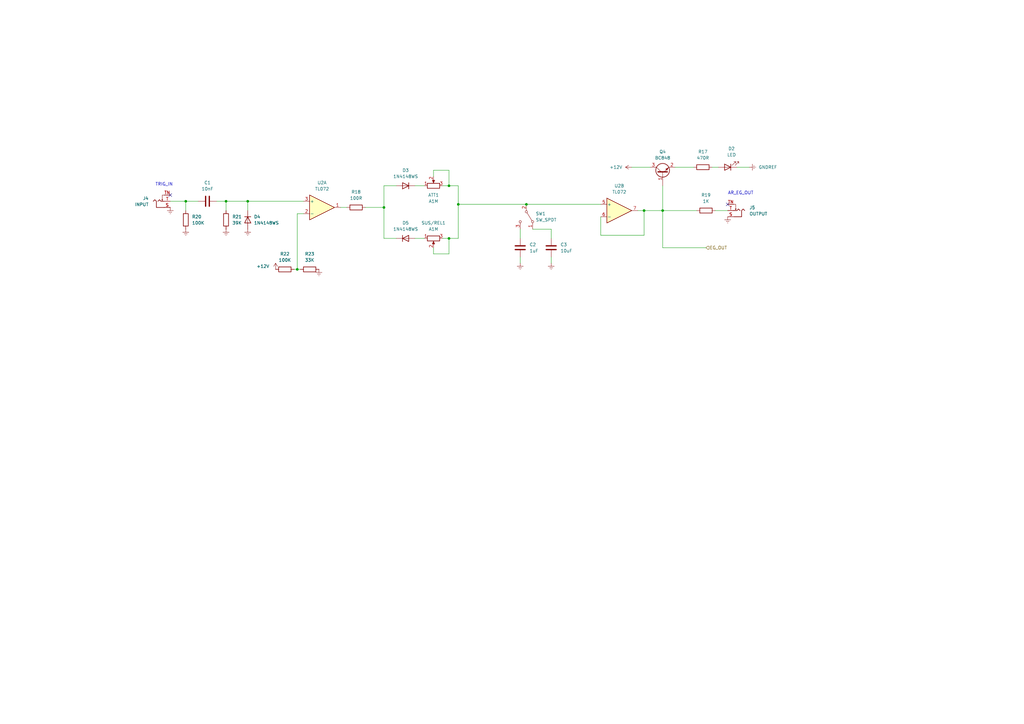
<source format=kicad_sch>
(kicad_sch (version 20231120) (generator "eeschema") (generator_version "8.0")
  (paper "A3")
  (lib_symbols
    (symbol "Amplifier_Operational:TL072" (pin_names (offset 0.127))
      (property "Reference" "U" (at 0 5.08 0))
      (property "Value" "TL072" (at 0 -5.08 0))
      (symbol "TL072_1_1"
        (polyline (pts (xy -5.08 5.08) (xy 5.08 0) (xy -5.08 -5.08) (xy -5.08 5.08)) (stroke (width 0.254)) (fill (type background)))
        (pin output line (at 7.62 0 180) (length 2.54) (name "~") (number "1"))
        (pin input line (at -7.62 -2.54 0) (length 2.54) (name "-") (number "2"))
        (pin input line (at -7.62 2.54 0) (length 2.54) (name "+") (number "3"))
      )
      (symbol "TL072_2_1"
        (polyline (pts (xy -5.08 5.08) (xy 5.08 0) (xy -5.08 -5.08) (xy -5.08 5.08)) (stroke (width 0.254)) (fill (type background)))
        (pin input line (at -7.62 2.54 0) (length 2.54) (name "+") (number "5"))
        (pin input line (at -7.62 -2.54 0) (length 2.54) (name "-") (number "6"))
        (pin output line (at 7.62 0 180) (length 2.54) (name "~") (number "7"))
      )
      (symbol "TL072_3_1"
        (pin power_in line (at -2.54 -7.62 90) (length 3.81) (name "V-") (number "4"))
        (pin power_in line (at -2.54 7.62 270) (length 3.81) (name "V+") (number "8"))
      )
    )
    (symbol "Device:LED" (pin_numbers hide) (pin_names (offset 1.016) hide)
      (property "Reference" "D" (at 0 2.54 0))
      (property "Value" "LED" (at 0 -2.54 0))
      (symbol "LED_0_1"
        (polyline (pts (xy -1.27 -1.27) (xy -1.27 1.27)) (stroke (width 0.254)))
        (polyline (pts (xy -1.27 0) (xy 1.27 0)))
        (polyline (pts (xy 1.27 -1.27) (xy 1.27 1.27) (xy -1.27 0) (xy 1.27 -1.27)) (stroke (width 0.254)))
        (polyline (pts (xy -3.048 -0.762) (xy -4.572 -2.286) (xy -3.81 -2.286) (xy -4.572 -2.286) (xy -4.572 -1.524)))
        (polyline (pts (xy -1.778 -0.762) (xy -3.302 -2.286) (xy -2.54 -2.286) (xy -3.302 -2.286) (xy -3.302 -1.524)))
      )
      (symbol "LED_1_1"
        (pin passive line (at -3.81 0 0) (length 2.54) (name "K") (number "1"))
        (pin passive line (at 3.81 0 180) (length 2.54) (name "A") (number "2"))
      )
    )
    (symbol "Diode:1N4148WS" (pin_numbers hide) (pin_names hide)
      (property "Reference" "D" (at 0 2.54 0))
      (property "Value" "1N4148WS" (at 0 -2.54 0))
      (symbol "1N4148WS_0_1"
        (polyline (pts (xy -1.27 1.27) (xy -1.27 -1.27)) (stroke (width 0.254)))
        (polyline (pts (xy 1.27 0) (xy -1.27 0)))
        (polyline (pts (xy 1.27 1.27) (xy 1.27 -1.27) (xy -1.27 0) (xy 1.27 1.27)) (stroke (width 0.254)))
      )
      (symbol "1N4148WS_1_1"
        (pin passive line (at -3.81 0 0) (length 2.54) (name "K") (number "1"))
        (pin passive line (at 3.81 0 180) (length 2.54) (name "A") (number "2"))
      )
    )
    (symbol "Transistor_BJT:BC848" (pin_names (offset 0) hide)
      (property "Reference" "Q" (at 5.08 1.905 0))
      (property "Value" "BC848" (at 5.08 0 0))
      (symbol "BC848_0_1"
        (polyline (pts (xy 0.635 0.635) (xy 2.54 2.54)))
        (polyline (pts (xy 0.635 -0.635) (xy 2.54 -2.54) (xy 2.54 -2.54)))
        (polyline (pts (xy 0.635 1.905) (xy 0.635 -1.905) (xy 0.635 -1.905)) (stroke (width 0.508)))
        (polyline (pts (xy 1.27 -1.778) (xy 1.778 -1.27) (xy 2.286 -2.286) (xy 1.27 -1.778) (xy 1.27 -1.778)) (fill (type outline)))
        (circle (center 1.27 0) (radius 2.8194) (stroke (width 0.254)))
      )
      (symbol "BC848_1_1"
        (pin input line (at -5.08 0 0) (length 5.715) (name "B") (number "1"))
        (pin passive line (at 2.54 -5.08 90) (length 2.54) (name "E") (number "2"))
        (pin passive line (at 2.54 5.08 270) (length 2.54) (name "C") (number "3"))
      )
    )
    (symbol "power:+12V" (power) (pin_numbers hide) (pin_names (offset 0) hide)
      (property "Value" "+12V" (at 0 3.556 0))
      (symbol "+12V_0_1"
        (polyline (pts (xy -0.762 1.27) (xy 0 2.54)))
        (polyline (pts (xy 0 0) (xy 0 2.54)))
        (polyline (pts (xy 0 2.54) (xy 0.762 1.27)))
      )
      (symbol "+12V_1_1"
        (pin power_in line (at 0 0 90) (length 0) (name "~") (number "1"))
      )
    )
    (symbol "power:GNDREF" (power) (pin_numbers hide) (pin_names (offset 0) hide)
      (property "Value" "GNDREF" (at 0 -3.81 0))
      (symbol "GNDREF_0_1"
        (polyline (pts (xy -0.635 -1.905) (xy 0.635 -1.905)))
        (polyline (pts (xy -0.127 -2.54) (xy 0.127 -2.54)))
        (polyline (pts (xy 0 -1.27) (xy 0 0)))
        (polyline (pts (xy 1.27 -1.27) (xy -1.27 -1.27)))
      )
      (symbol "GNDREF_1_1"
        (pin power_in line (at 0 0 270) (length 0) (name "~") (number "1"))
      )
    )
    (symbol "synth:AudioJack_Mono_3.5mm"
      (property "Reference" "J" (at 0 8.89 0))
      (property "Value" "AudioJack_Mono_3.5mm" (at 0 6.35 0))
      (symbol "AudioJack_Mono_3.5mm_0_1"
        (polyline (pts (xy 1.778 -0.254) (xy 2.032 -0.762)))
        (polyline (pts (xy 0 0) (xy 0.635 -0.635) (xy 1.27 0) (xy 2.54 0)) (stroke (width 0.254)))
        (polyline (pts (xy 2.54 -2.54) (xy 1.778 -2.54) (xy 1.778 -0.254) (xy 1.524 -0.762)))
        (polyline (pts (xy 2.54 2.54) (xy -0.635 2.54) (xy -0.635 0) (xy -1.27 -0.635) (xy -1.905 0)) (stroke (width 0.254)))
      )
      (symbol "AudioJack_Mono_3.5mm_1_1"
        (pin passive line (at 5.08 2.54 180) (length 2.54) (name "~") (number "S"))
        (pin passive line (at 5.08 0 180) (length 2.54) (name "~") (number "T"))
        (pin passive line (at 5.08 -2.54 180) (length 2.54) (name "~") (number "TN"))
      )
    )
    (symbol "synth:C_1uF (MKS)" (pin_numbers hide) (pin_names (offset 0.254))
      (property "Reference" "C" (at 3.048 1.016 0))
      (property "Value" "C_1uF (MKS)" (at 3.048 -1.016 0))
      (symbol "C_1uF (MKS)_0_1"
        (polyline (pts (xy -2.032 -0.762) (xy 2.032 -0.762)) (stroke (width 0.508)))
        (polyline (pts (xy -2.032 0.762) (xy 2.032 0.762)) (stroke (width 0.508)))
      )
      (symbol "C_1uF (MKS)_1_1"
        (pin passive line (at 0 3.81 270) (length 2.794) (name "~") (number "1"))
        (pin passive line (at 0 -3.81 90) (length 2.794) (name "~") (number "2"))
      )
    )
    (symbol "synth:C_sm (MKS)" (pin_numbers hide) (pin_names (offset 0.254))
      (property "Reference" "C" (at 2.794 1.27 0))
      (property "Value" "C_sm (MKS)" (at 2.794 -1.016 0))
      (symbol "C_sm (MKS)_0_1"
        (polyline (pts (xy -2.032 -0.762) (xy 2.032 -0.762)) (stroke (width 0.508)))
        (polyline (pts (xy -2.032 0.762) (xy 2.032 0.762)) (stroke (width 0.508)))
      )
      (symbol "C_sm (MKS)_1_1"
        (pin passive line (at 0 3.81 270) (length 2.794) (name "~") (number "1"))
        (pin passive line (at 0 -3.81 90) (length 2.794) (name "~") (number "2"))
      )
    )
    (symbol "synth:R_Default" (pin_numbers hide) (pin_names (offset 0))
      (property "Reference" "R" (at -2.032 0 90))
      (property "Value" "R1" (at 2.032 0 90))
      (symbol "R_Default_0_1"
        (rectangle (start 1.016 -2.54) (end -1.016 2.54) (stroke (width 0.254)))
      )
      (symbol "R_Default_1_1"
        (pin passive line (at 0 -3.81 90) (length 1.27) (name "~") (number "1"))
        (pin passive line (at 0 3.81 270) (length 1.27) (name "~") (number "2"))
      )
    )
    (symbol "synth:R_Potentiometer (P0915N)" (pin_names (offset 1.016) hide)
      (property "Reference" "RV" (at -4.445 0 90))
      (property "Value" "R_Potentiometer" (at -2.54 0 90))
      (symbol "R_Potentiometer (P0915N)_0_1"
        (rectangle (start -1.016 2.54) (end 1.016 -2.54) (stroke (width 0.254)))
        (polyline (pts (xy 2.54 0) (xy 1.524 0)))
        (polyline (pts (xy 1.143 0) (xy 2.286 0.508) (xy 2.286 -0.508) (xy 1.143 0)) (fill (type outline)))
      )
      (symbol "R_Potentiometer (P0915N)_1_1"
        (pin passive line (at 0 3.81 270) (length 1.27) (name "1") (number "1"))
        (pin passive line (at 3.81 0 180) (length 1.27) (name "2") (number "2"))
        (pin passive line (at 0 -3.81 90) (length 1.27) (name "3") (number "3"))
      )
    )
    (symbol "synth:SW_SPDT" (pin_names (offset 0) hide)
      (property "Reference" "SW" (at 0 5.08 0))
      (property "Value" "SW_SPDT" (at 0 -5.08 0))
      (symbol "SW_SPDT_0_1"
        (circle (center -2.032 0) (radius 0.4572))
        (polyline (pts (xy -1.651 0.254) (xy 1.651 2.286)))
        (circle (center 2.032 -2.54) (radius 0.4572))
        (circle (center 2.032 2.54) (radius 0.4572))
      )
      (symbol "SW_SPDT_1_1"
        (pin passive line (at 5.08 2.54 180) (length 2.54) (name "A") (number "1"))
        (pin passive line (at -5.08 0 0) (length 2.54) (name "B") (number "2"))
        (pin passive line (at 5.08 -2.54 180) (length 2.54) (name "C") (number "3"))
      )
    )
  )
  (junction (at 92.71 82.55))
  (junction (at 187.96 83.82))
  (junction (at 76.2 82.55))
  (junction (at 264.16 86.36))
  (junction (at 184.15 76.2))
  (junction (at 271.78 86.36))
  (junction (at 121.92 110.49))
  (junction (at 184.15 97.79))
  (junction (at 157.48 85.09))
  (junction (at 101.6 82.55))
  (junction (at 215.9 83.82))
  (no_connect (at 298.45 83.82))
  (no_connect (at 69.85 80.01))
  (wire (pts (xy 177.8 69.85) (xy 177.8 72.39)))
  (wire (pts (xy 187.96 83.82) (xy 187.96 97.79)))
  (wire (pts (xy 246.38 88.9) (xy 246.38 96.52)))
  (wire (pts (xy 289.56 101.6) (xy 271.78 101.6)))
  (wire (pts (xy 184.15 76.2) (xy 187.96 76.2)))
  (wire (pts (xy 276.86 68.58) (xy 284.48 68.58)))
  (wire (pts (xy 157.48 97.79) (xy 162.56 97.79)))
  (wire (pts (xy 177.8 101.6) (xy 177.8 104.14)))
  (wire (pts (xy 271.78 76.2) (xy 271.78 86.36)))
  (wire (pts (xy 170.18 76.2) (xy 173.99 76.2)))
  (wire (pts (xy 264.16 86.36) (xy 264.16 96.52)))
  (wire (pts (xy 157.48 76.2) (xy 162.56 76.2)))
  (wire (pts (xy 177.8 104.14) (xy 184.15 104.14)))
  (wire (pts (xy 92.71 86.36) (xy 92.71 82.55)))
  (wire (pts (xy 213.36 93.98) (xy 213.36 97.79)))
  (wire (pts (xy 259.08 68.58) (xy 266.7 68.58)))
  (wire (pts (xy 226.06 93.98) (xy 218.44 93.98)))
  (wire (pts (xy 184.15 104.14) (xy 184.15 97.79)))
  (wire (pts (xy 181.61 97.79) (xy 184.15 97.79)))
  (wire (pts (xy 120.65 110.49) (xy 121.92 110.49)))
  (wire (pts (xy 139.7 85.09) (xy 142.24 85.09)))
  (wire (pts (xy 76.2 82.55) (xy 81.28 82.55)))
  (wire (pts (xy 294.64 68.58) (xy 292.1 68.58)))
  (wire (pts (xy 101.6 86.36) (xy 101.6 82.55)))
  (wire (pts (xy 271.78 86.36) (xy 271.78 101.6)))
  (wire (pts (xy 226.06 105.41) (xy 226.06 107.95)))
  (wire (pts (xy 226.06 93.98) (xy 226.06 97.79)))
  (wire (pts (xy 184.15 69.85) (xy 184.15 76.2)))
  (wire (pts (xy 293.37 86.36) (xy 298.45 86.36)))
  (wire (pts (xy 213.36 105.41) (xy 213.36 107.95)))
  (wire (pts (xy 69.85 82.55) (xy 76.2 82.55)))
  (wire (pts (xy 121.92 110.49) (xy 123.19 110.49)))
  (wire (pts (xy 121.92 87.63) (xy 124.46 87.63)))
  (wire (pts (xy 121.92 110.49) (xy 121.92 87.63)))
  (wire (pts (xy 264.16 86.36) (xy 271.78 86.36)))
  (wire (pts (xy 215.9 83.82) (xy 246.38 83.82)))
  (wire (pts (xy 76.2 86.36) (xy 76.2 82.55)))
  (wire (pts (xy 246.38 96.52) (xy 264.16 96.52)))
  (wire (pts (xy 187.96 76.2) (xy 187.96 83.82)))
  (wire (pts (xy 101.6 82.55) (xy 124.46 82.55)))
  (wire (pts (xy 92.71 82.55) (xy 101.6 82.55)))
  (wire (pts (xy 184.15 97.79) (xy 187.96 97.79)))
  (wire (pts (xy 157.48 97.79) (xy 157.48 85.09)))
  (wire (pts (xy 261.62 86.36) (xy 264.16 86.36)))
  (wire (pts (xy 157.48 76.2) (xy 157.48 85.09)))
  (wire (pts (xy 177.8 69.85) (xy 184.15 69.85)))
  (wire (pts (xy 187.96 83.82) (xy 215.9 83.82)))
  (wire (pts (xy 307.34 68.58) (xy 302.26 68.58)))
  (wire (pts (xy 170.18 97.79) (xy 173.99 97.79)))
  (wire (pts (xy 271.78 86.36) (xy 285.75 86.36)))
  (wire (pts (xy 88.9 82.55) (xy 92.71 82.55)))
  (wire (pts (xy 181.61 76.2) (xy 184.15 76.2)))
  (wire (pts (xy 149.86 85.09) (xy 157.48 85.09)))
  (text "AR_EG_OUT" (at 303.784 79.248 0) (effects (font (size 1.27 1.27))))
  (text "TRIG_IN" (at 67.31 75.692 0) (effects (font (size 1.27 1.27))))
  (hierarchical_label "EG_OUT" (shape input) (at 289.56 101.6 0))
  (symbol (lib_id "synth:R_Default") (at 76.2 90.17 180) (unit 1)
    (property "Reference" "R20" (at 78.74 88.8999 0) (effects (justify right)))
    (property "Value" "100K" (at 78.74 91.4399 0) (effects (justify right)))
    (property "Footprint" "Resistor_SMD:R_0805_2012Metric_Pad1.20x1.40mm_HandSolder" (effects (hide yes)))
    (property "Description" "Resistor" (effects (hide yes)))
  )
  (symbol (lib_id "power:GNDREF") (at 307.34 68.58 90) (mirror x) (unit 1)
    (property "Reference" "#PWR014" (effects (hide yes)))
    (property "Value" "GNDREF" (at 311.15 68.5799 90) (effects (justify right)))
    (property "Description" "Power symbol creates a global label with name \"GNDREF\" , reference supply ground" (effects (hide yes)))
  )
  (symbol (lib_id "synth:AudioJack_Mono_3.5mm") (at 64.77 82.55 0) (mirror x) (unit 1)
    (property "Reference" "J4" (at 60.96 81.3434 0) (effects (justify right)))
    (property "Value" "INPUT" (at 60.96 83.8834 0) (effects (justify right)))
    (property "Footprint" "Synth:Jack_3.5mm_QingPu_WQP-PJ398SM_Vertical_CircularHoles" (effects (hide yes)))
    (property "Description" "Audio Jack, 2 Poles (Mono / TS), Switched T Pole (Normalling)" (effects (hide yes)))
  )
  (symbol (lib_id "synth:C_sm (MKS)") (at 85.09 82.55 90) (unit 1)
    (property "Reference" "C1" (at 85.09 74.93 90))
    (property "Value" "10nF" (at 85.09 77.47 90))
    (property "Footprint" "Capacitor_SMD:C_0805_2012Metric_Pad1.18x1.45mm_HandSolder" (effects (hide yes)))
    (property "Description" "Unpolarized capacitor" (effects (hide yes)))
  )
  (symbol (lib_id "power:GNDREF") (at 213.36 107.95 0) (unit 1)
    (property "Reference" "#PWR020" (effects (hide yes)))
    (property "Value" "GNDREF" (effects (hide yes)))
    (property "Description" "Power symbol creates a global label with name \"GNDREF\" , reference supply ground" (effects (hide yes)))
  )
  (symbol (lib_id "power:GNDREF") (at 69.85 85.09 0) (unit 1)
    (property "Reference" "#PWR015" (effects (hide yes)))
    (property "Value" "GNDREF" (effects (hide yes)))
    (property "Description" "Power symbol creates a global label with name \"GNDREF\" , reference supply ground" (effects (hide yes)))
  )
  (symbol (lib_id "synth:R_Default") (at 92.71 90.17 180) (unit 1)
    (property "Reference" "R21" (at 95.25 88.8999 0) (effects (justify right)))
    (property "Value" "39K" (at 95.25 91.4399 0) (effects (justify right)))
    (property "Footprint" "Resistor_SMD:R_0805_2012Metric_Pad1.20x1.40mm_HandSolder" (effects (hide yes)))
    (property "Description" "Resistor" (effects (hide yes)))
  )
  (symbol (lib_id "power:GNDREF") (at 226.06 107.95 0) (unit 1)
    (property "Reference" "#PWR021" (effects (hide yes)))
    (property "Value" "GNDREF" (effects (hide yes)))
    (property "Description" "Power symbol creates a global label with name \"GNDREF\" , reference supply ground" (effects (hide yes)))
  )
  (symbol (lib_id "synth:R_Potentiometer (P0915N)") (at 177.8 76.2 90) (unit 1)
    (property "Reference" "ATT1" (at 177.8 80.01 90))
    (property "Value" "A1M" (at 177.8 82.55 90))
    (property "Footprint" "Synth:Potentiometer_TT_P0915N" (effects (hide yes)))
    (property "Description" "Potentiometer" (effects (hide yes)))
  )
  (symbol (lib_id "synth:AudioJack_Mono_3.5mm") (at 303.53 86.36 180) (unit 1)
    (property "Reference" "J5" (at 307.34 85.1534 0) (effects (justify right)))
    (property "Value" "OUTPUT" (at 307.34 87.6934 0) (effects (justify right)))
    (property "Footprint" "Synth:Jack_3.5mm_QingPu_WQP-PJ398SM_Vertical_CircularHoles" (effects (hide yes)))
    (property "Description" "Audio Jack, 2 Poles (Mono / TS), Switched T Pole (Normalling)" (effects (hide yes)))
  )
  (symbol (lib_id "power:GNDREF") (at 130.81 110.49 0) (unit 1)
    (property "Reference" "#PWR023" (effects (hide yes)))
    (property "Value" "GNDREF" (effects (hide yes)))
    (property "Description" "Power symbol creates a global label with name \"GNDREF\" , reference supply ground" (effects (hide yes)))
  )
  (symbol (lib_id "Transistor_BJT:BC848") (at 271.78 71.12 90) (unit 1)
    (property "Reference" "Q4" (at 271.78 62.23 90))
    (property "Value" "BC848" (at 271.78 64.77 90))
    (property "Footprint" "Package_TO_SOT_SMD:SOT-23_Handsoldering" (effects (hide yes)))
    (property "Datasheet" "http://www.infineon.com/dgdl/Infineon-BC847SERIES_BC848SERIES_BC849SERIES_BC850SERIES-DS-v01_01-en.pdf?fileId=db3a304314dca389011541d4630a1657" (effects (hide yes)))
    (property "Description" "0.1A Ic, 30V Vce, NPN Transistor, SOT-23" (effects (hide yes)))
  )
  (symbol (lib_id "synth:R_Default") (at 289.56 86.36 270) (mirror x) (unit 1)
    (property "Reference" "R19" (at 289.56 80.01 90))
    (property "Value" "1K" (at 289.56 82.55 90))
    (property "Footprint" "Resistor_SMD:R_0805_2012Metric_Pad1.20x1.40mm_HandSolder" (effects (hide yes)))
    (property "Description" "Resistor" (effects (hide yes)))
  )
  (symbol (lib_id "power:GNDREF") (at 101.6 93.98 0) (unit 1)
    (property "Reference" "#PWR019" (effects (hide yes)))
    (property "Value" "GNDREF" (effects (hide yes)))
    (property "Description" "Power symbol creates a global label with name \"GNDREF\" , reference supply ground" (effects (hide yes)))
  )
  (symbol (lib_id "power:+12V") (at 113.03 110.49 0) (unit 1)
    (property "Reference" "#PWR022" (effects (hide yes)))
    (property "Value" "+12V" (at 110.49 109.2199 0) (effects (justify right)))
    (property "Description" "Power symbol creates a global label with name \"+12V\"" (effects (hide yes)))
  )
  (symbol (lib_id "synth:R_Potentiometer (P0915N)") (at 177.8 97.79 90) (mirror x) (unit 1)
    (property "Reference" "SUS/REL1" (at 177.8 91.44 90))
    (property "Value" "A1M" (at 177.8 93.98 90))
    (property "Footprint" "Synth:Potentiometer_TT_P0915N" (effects (hide yes)))
    (property "Description" "Potentiometer" (effects (hide yes)))
  )
  (symbol (lib_id "Diode:1N4148WS") (at 101.6 90.17 270) (unit 1)
    (property "Reference" "D4" (at 104.14 88.8999 90) (effects (justify left)))
    (property "Value" "1N4148WS" (at 104.14 91.4399 90) (effects (justify left)))
    (property "Footprint" "Diode_SMD:D_SOD-323_HandSoldering" (effects (hide yes)))
    (property "Datasheet" "https://www.vishay.com/docs/85751/1n4148ws.pdf" (effects (hide yes)))
    (property "Description" "75V 0.15A Fast switching Diode, SOD-323" (effects (hide yes)))
    (property "Sim.Device" "D" (effects (hide yes)))
    (property "Sim.Pins" "1=K 2=A" (effects (hide yes)))
  )
  (symbol (lib_id "power:GNDREF") (at 76.2 93.98 0) (unit 1)
    (property "Reference" "#PWR017" (effects (hide yes)))
    (property "Value" "GNDREF" (effects (hide yes)))
    (property "Description" "Power symbol creates a global label with name \"GNDREF\" , reference supply ground" (effects (hide yes)))
  )
  (symbol (lib_id "synth:SW_SPDT") (at 215.9 88.9 270) (unit 1)
    (property "Reference" "SW1" (at 219.71 87.6299 90) (effects (justify left)))
    (property "Value" "SW_SPDT" (at 219.71 90.1699 90) (effects (justify left)))
    (property "Footprint" "Synth:SW_default" (effects (hide yes)))
    (property "Description" "Switch, single pole double throw" (effects (hide yes)))
  )
  (symbol (lib_id "power:GNDREF") (at 92.71 93.98 0) (unit 1)
    (property "Reference" "#PWR018" (effects (hide yes)))
    (property "Value" "GNDREF" (effects (hide yes)))
    (property "Description" "Power symbol creates a global label with name \"GNDREF\" , reference supply ground" (effects (hide yes)))
  )
  (symbol (lib_id "synth:C_1uF (MKS)") (at 213.36 101.6 0) (unit 1)
    (property "Reference" "C2" (at 217.17 100.3299 0) (effects (justify left)))
    (property "Value" "1uF" (at 217.17 102.8699 0) (effects (justify left)))
    (property "Footprint" "Synth:C_RECT_WIMA_0.1uF" (effects (hide yes)))
    (property "Description" "Unpolarized capacitor" (effects (hide yes)))
  )
  (symbol (lib_id "Device:LED") (at 298.45 68.58 180) (unit 1)
    (property "Reference" "D2" (at 300.0375 60.96 0))
    (property "Value" "LED" (at 300.0375 63.5 0))
    (property "Footprint" "LED_THT:LED_D3.0mm" (effects (hide yes)))
    (property "Description" "Light emitting diode" (effects (hide yes)))
  )
  (symbol (lib_id "Diode:1N4148WS") (at 166.37 97.79 0) (unit 1)
    (property "Reference" "D5" (at 166.37 91.44 0))
    (property "Value" "1N4148WS" (at 166.37 93.98 0))
    (property "Footprint" "Diode_SMD:D_SOD-323_HandSoldering" (effects (hide yes)))
    (property "Datasheet" "https://www.vishay.com/docs/85751/1n4148ws.pdf" (effects (hide yes)))
    (property "Description" "75V 0.15A Fast switching Diode, SOD-323" (effects (hide yes)))
    (property "Sim.Device" "D" (effects (hide yes)))
    (property "Sim.Pins" "1=K 2=A" (effects (hide yes)))
  )
  (symbol (lib_id "synth:R_Default") (at 146.05 85.09 90) (unit 1)
    (property "Reference" "R18" (at 146.05 78.74 90))
    (property "Value" "100R" (at 146.05 81.28 90))
    (property "Footprint" "Resistor_SMD:R_0805_2012Metric_Pad1.20x1.40mm_HandSolder" (effects (hide yes)))
    (property "Description" "Resistor" (effects (hide yes)))
  )
  (symbol (lib_id "synth:C_1uF (MKS)") (at 226.06 101.6 0) (unit 1)
    (property "Reference" "C3" (at 229.87 100.3299 0) (effects (justify left)))
    (property "Value" "10uF" (at 229.87 102.8699 0) (effects (justify left)))
    (property "Footprint" "Synth:C_RECT_MKT_1uF" (effects (hide yes)))
    (property "Description" "Unpolarized capacitor" (effects (hide yes)))
  )
  (symbol (lib_id "synth:R_Default") (at 127 110.49 90) (unit 1)
    (property "Reference" "R23" (at 127 104.14 90))
    (property "Value" "33K" (at 127 106.68 90))
    (property "Footprint" "Resistor_SMD:R_0805_2012Metric_Pad1.20x1.40mm_HandSolder" (effects (hide yes)))
    (property "Description" "Resistor" (effects (hide yes)))
  )
  (symbol (lib_id "Diode:1N4148WS") (at 166.37 76.2 180) (unit 1)
    (property "Reference" "D3" (at 166.37 69.85 0))
    (property "Value" "1N4148WS" (at 166.37 72.39 0))
    (property "Footprint" "Diode_SMD:D_SOD-323_HandSoldering" (effects (hide yes)))
    (property "Datasheet" "https://www.vishay.com/docs/85751/1n4148ws.pdf" (effects (hide yes)))
    (property "Description" "75V 0.15A Fast switching Diode, SOD-323" (effects (hide yes)))
    (property "Sim.Device" "D" (effects (hide yes)))
    (property "Sim.Pins" "1=K 2=A" (effects (hide yes)))
  )
  (symbol (lib_id "synth:R_Default") (at 116.84 110.49 90) (unit 1)
    (property "Reference" "R22" (at 116.84 104.14 90))
    (property "Value" "100K" (at 116.84 106.68 90))
    (property "Footprint" "Resistor_SMD:R_0805_2012Metric_Pad1.20x1.40mm_HandSolder" (effects (hide yes)))
    (property "Description" "Resistor" (effects (hide yes)))
  )
  (symbol (lib_id "power:+12V") (at 259.08 68.58 90) (unit 1)
    (property "Reference" "#PWR013" (effects (hide yes)))
    (property "Value" "+12V" (at 255.27 68.5799 90) (effects (justify left)))
    (property "Description" "Power symbol creates a global label with name \"+12V\"" (effects (hide yes)))
  )
  (symbol (lib_id "Amplifier_Operational:TL072") (at 254 86.36 0) (unit 2)
    (property "Reference" "U2" (at 254 76.2 0))
    (property "Value" "TL072" (at 254 78.74 0))
    (property "Footprint" "Synth:SOIC-8" (effects (hide yes)))
    (property "Datasheet" "http://www.ti.com/lit/ds/symlink/tl071.pdf" (effects (hide yes)))
    (property "Description" "Dual Low-Noise JFET-Input Operational Amplifiers, DIP-8/SOIC-8" (effects (hide yes)))
  )
  (symbol (lib_id "synth:R_Default") (at 288.29 68.58 270) (unit 1)
    (property "Reference" "R17" (at 288.29 62.23 90))
    (property "Value" "470R" (at 288.29 64.77 90))
    (property "Footprint" "Resistor_SMD:R_0805_2012Metric_Pad1.20x1.40mm_HandSolder" (effects (hide yes)))
    (property "Description" "Resistor" (effects (hide yes)))
  )
  (symbol (lib_id "Amplifier_Operational:TL072") (at 132.08 85.09 0) (unit 1)
    (property "Reference" "U2" (at 132.08 74.93 0))
    (property "Value" "TL072" (at 132.08 77.47 0))
    (property "Footprint" "Synth:SOIC-8" (effects (hide yes)))
    (property "Datasheet" "http://www.ti.com/lit/ds/symlink/tl071.pdf" (effects (hide yes)))
    (property "Description" "Dual Low-Noise JFET-Input Operational Amplifiers, DIP-8/SOIC-8" (effects (hide yes)))
  )
  (symbol (lib_id "power:GNDREF") (at 298.45 88.9 0) (unit 1)
    (property "Reference" "#PWR016" (effects (hide yes)))
    (property "Value" "GNDREF" (effects (hide yes)))
    (property "Description" "Power symbol creates a global label with name \"GNDREF\" , reference supply ground" (effects (hide yes)))
  )
)
</source>
